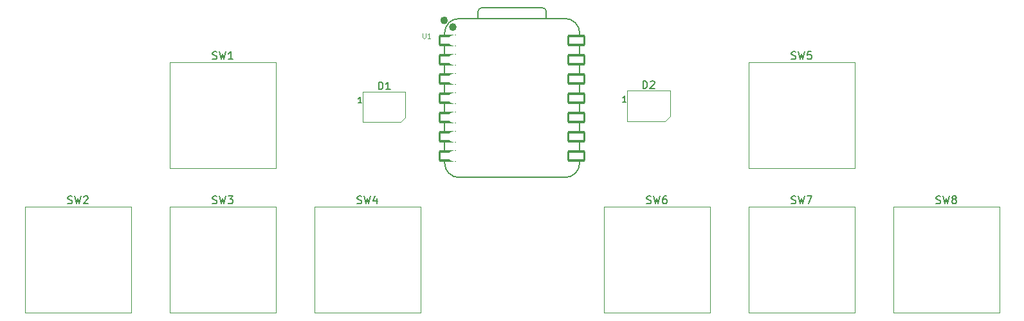
<source format=gto>
G04 #@! TF.GenerationSoftware,KiCad,Pcbnew,9.0.2*
G04 #@! TF.CreationDate,2025-11-24T09:54:34-06:00*
G04 #@! TF.ProjectId,Keypad,4b657970-6164-42e6-9b69-6361645f7063,rev?*
G04 #@! TF.SameCoordinates,Original*
G04 #@! TF.FileFunction,Legend,Top*
G04 #@! TF.FilePolarity,Positive*
%FSLAX46Y46*%
G04 Gerber Fmt 4.6, Leading zero omitted, Abs format (unit mm)*
G04 Created by KiCad (PCBNEW 9.0.2) date 2025-11-24 09:54:34*
%MOMM*%
%LPD*%
G01*
G04 APERTURE LIST*
G04 Aperture macros list*
%AMRoundRect*
0 Rectangle with rounded corners*
0 $1 Rounding radius*
0 $2 $3 $4 $5 $6 $7 $8 $9 X,Y pos of 4 corners*
0 Add a 4 corners polygon primitive as box body*
4,1,4,$2,$3,$4,$5,$6,$7,$8,$9,$2,$3,0*
0 Add four circle primitives for the rounded corners*
1,1,$1+$1,$2,$3*
1,1,$1+$1,$4,$5*
1,1,$1+$1,$6,$7*
1,1,$1+$1,$8,$9*
0 Add four rect primitives between the rounded corners*
20,1,$1+$1,$2,$3,$4,$5,0*
20,1,$1+$1,$4,$5,$6,$7,0*
20,1,$1+$1,$6,$7,$8,$9,0*
20,1,$1+$1,$8,$9,$2,$3,0*%
G04 Aperture macros list end*
%ADD10C,0.150000*%
%ADD11C,0.101600*%
%ADD12C,0.120000*%
%ADD13C,0.127000*%
%ADD14C,0.100000*%
%ADD15C,0.504000*%
%ADD16C,1.700000*%
%ADD17C,4.000000*%
%ADD18C,2.200000*%
%ADD19R,1.600000X0.850000*%
%ADD20RoundRect,0.152400X1.063600X0.609600X-1.063600X0.609600X-1.063600X-0.609600X1.063600X-0.609600X0*%
%ADD21C,1.524000*%
%ADD22RoundRect,0.152400X-1.063600X-0.609600X1.063600X-0.609600X1.063600X0.609600X-1.063600X0.609600X0*%
G04 APERTURE END LIST*
D10*
X179641667Y-73495700D02*
X179784524Y-73543319D01*
X179784524Y-73543319D02*
X180022619Y-73543319D01*
X180022619Y-73543319D02*
X180117857Y-73495700D01*
X180117857Y-73495700D02*
X180165476Y-73448080D01*
X180165476Y-73448080D02*
X180213095Y-73352842D01*
X180213095Y-73352842D02*
X180213095Y-73257604D01*
X180213095Y-73257604D02*
X180165476Y-73162366D01*
X180165476Y-73162366D02*
X180117857Y-73114747D01*
X180117857Y-73114747D02*
X180022619Y-73067128D01*
X180022619Y-73067128D02*
X179832143Y-73019509D01*
X179832143Y-73019509D02*
X179736905Y-72971890D01*
X179736905Y-72971890D02*
X179689286Y-72924271D01*
X179689286Y-72924271D02*
X179641667Y-72829033D01*
X179641667Y-72829033D02*
X179641667Y-72733795D01*
X179641667Y-72733795D02*
X179689286Y-72638557D01*
X179689286Y-72638557D02*
X179736905Y-72590938D01*
X179736905Y-72590938D02*
X179832143Y-72543319D01*
X179832143Y-72543319D02*
X180070238Y-72543319D01*
X180070238Y-72543319D02*
X180213095Y-72590938D01*
X180546429Y-72543319D02*
X180784524Y-73543319D01*
X180784524Y-73543319D02*
X180975000Y-72829033D01*
X180975000Y-72829033D02*
X181165476Y-73543319D01*
X181165476Y-73543319D02*
X181403572Y-72543319D01*
X182260714Y-72543319D02*
X181784524Y-72543319D01*
X181784524Y-72543319D02*
X181736905Y-73019509D01*
X181736905Y-73019509D02*
X181784524Y-72971890D01*
X181784524Y-72971890D02*
X181879762Y-72924271D01*
X181879762Y-72924271D02*
X182117857Y-72924271D01*
X182117857Y-72924271D02*
X182213095Y-72971890D01*
X182213095Y-72971890D02*
X182260714Y-73019509D01*
X182260714Y-73019509D02*
X182308333Y-73114747D01*
X182308333Y-73114747D02*
X182308333Y-73352842D01*
X182308333Y-73352842D02*
X182260714Y-73448080D01*
X182260714Y-73448080D02*
X182213095Y-73495700D01*
X182213095Y-73495700D02*
X182117857Y-73543319D01*
X182117857Y-73543319D02*
X181879762Y-73543319D01*
X181879762Y-73543319D02*
X181784524Y-73495700D01*
X181784524Y-73495700D02*
X181736905Y-73448080D01*
X103441667Y-73495700D02*
X103584524Y-73543319D01*
X103584524Y-73543319D02*
X103822619Y-73543319D01*
X103822619Y-73543319D02*
X103917857Y-73495700D01*
X103917857Y-73495700D02*
X103965476Y-73448080D01*
X103965476Y-73448080D02*
X104013095Y-73352842D01*
X104013095Y-73352842D02*
X104013095Y-73257604D01*
X104013095Y-73257604D02*
X103965476Y-73162366D01*
X103965476Y-73162366D02*
X103917857Y-73114747D01*
X103917857Y-73114747D02*
X103822619Y-73067128D01*
X103822619Y-73067128D02*
X103632143Y-73019509D01*
X103632143Y-73019509D02*
X103536905Y-72971890D01*
X103536905Y-72971890D02*
X103489286Y-72924271D01*
X103489286Y-72924271D02*
X103441667Y-72829033D01*
X103441667Y-72829033D02*
X103441667Y-72733795D01*
X103441667Y-72733795D02*
X103489286Y-72638557D01*
X103489286Y-72638557D02*
X103536905Y-72590938D01*
X103536905Y-72590938D02*
X103632143Y-72543319D01*
X103632143Y-72543319D02*
X103870238Y-72543319D01*
X103870238Y-72543319D02*
X104013095Y-72590938D01*
X104346429Y-72543319D02*
X104584524Y-73543319D01*
X104584524Y-73543319D02*
X104775000Y-72829033D01*
X104775000Y-72829033D02*
X104965476Y-73543319D01*
X104965476Y-73543319D02*
X105203572Y-72543319D01*
X106108333Y-73543319D02*
X105536905Y-73543319D01*
X105822619Y-73543319D02*
X105822619Y-72543319D01*
X105822619Y-72543319D02*
X105727381Y-72686176D01*
X105727381Y-72686176D02*
X105632143Y-72781414D01*
X105632143Y-72781414D02*
X105536905Y-72829033D01*
X160591667Y-92545700D02*
X160734524Y-92593319D01*
X160734524Y-92593319D02*
X160972619Y-92593319D01*
X160972619Y-92593319D02*
X161067857Y-92545700D01*
X161067857Y-92545700D02*
X161115476Y-92498080D01*
X161115476Y-92498080D02*
X161163095Y-92402842D01*
X161163095Y-92402842D02*
X161163095Y-92307604D01*
X161163095Y-92307604D02*
X161115476Y-92212366D01*
X161115476Y-92212366D02*
X161067857Y-92164747D01*
X161067857Y-92164747D02*
X160972619Y-92117128D01*
X160972619Y-92117128D02*
X160782143Y-92069509D01*
X160782143Y-92069509D02*
X160686905Y-92021890D01*
X160686905Y-92021890D02*
X160639286Y-91974271D01*
X160639286Y-91974271D02*
X160591667Y-91879033D01*
X160591667Y-91879033D02*
X160591667Y-91783795D01*
X160591667Y-91783795D02*
X160639286Y-91688557D01*
X160639286Y-91688557D02*
X160686905Y-91640938D01*
X160686905Y-91640938D02*
X160782143Y-91593319D01*
X160782143Y-91593319D02*
X161020238Y-91593319D01*
X161020238Y-91593319D02*
X161163095Y-91640938D01*
X161496429Y-91593319D02*
X161734524Y-92593319D01*
X161734524Y-92593319D02*
X161925000Y-91879033D01*
X161925000Y-91879033D02*
X162115476Y-92593319D01*
X162115476Y-92593319D02*
X162353572Y-91593319D01*
X163163095Y-91593319D02*
X162972619Y-91593319D01*
X162972619Y-91593319D02*
X162877381Y-91640938D01*
X162877381Y-91640938D02*
X162829762Y-91688557D01*
X162829762Y-91688557D02*
X162734524Y-91831414D01*
X162734524Y-91831414D02*
X162686905Y-92021890D01*
X162686905Y-92021890D02*
X162686905Y-92402842D01*
X162686905Y-92402842D02*
X162734524Y-92498080D01*
X162734524Y-92498080D02*
X162782143Y-92545700D01*
X162782143Y-92545700D02*
X162877381Y-92593319D01*
X162877381Y-92593319D02*
X163067857Y-92593319D01*
X163067857Y-92593319D02*
X163163095Y-92545700D01*
X163163095Y-92545700D02*
X163210714Y-92498080D01*
X163210714Y-92498080D02*
X163258333Y-92402842D01*
X163258333Y-92402842D02*
X163258333Y-92164747D01*
X163258333Y-92164747D02*
X163210714Y-92069509D01*
X163210714Y-92069509D02*
X163163095Y-92021890D01*
X163163095Y-92021890D02*
X163067857Y-91974271D01*
X163067857Y-91974271D02*
X162877381Y-91974271D01*
X162877381Y-91974271D02*
X162782143Y-92021890D01*
X162782143Y-92021890D02*
X162734524Y-92069509D01*
X162734524Y-92069509D02*
X162686905Y-92164747D01*
X103441667Y-92545700D02*
X103584524Y-92593319D01*
X103584524Y-92593319D02*
X103822619Y-92593319D01*
X103822619Y-92593319D02*
X103917857Y-92545700D01*
X103917857Y-92545700D02*
X103965476Y-92498080D01*
X103965476Y-92498080D02*
X104013095Y-92402842D01*
X104013095Y-92402842D02*
X104013095Y-92307604D01*
X104013095Y-92307604D02*
X103965476Y-92212366D01*
X103965476Y-92212366D02*
X103917857Y-92164747D01*
X103917857Y-92164747D02*
X103822619Y-92117128D01*
X103822619Y-92117128D02*
X103632143Y-92069509D01*
X103632143Y-92069509D02*
X103536905Y-92021890D01*
X103536905Y-92021890D02*
X103489286Y-91974271D01*
X103489286Y-91974271D02*
X103441667Y-91879033D01*
X103441667Y-91879033D02*
X103441667Y-91783795D01*
X103441667Y-91783795D02*
X103489286Y-91688557D01*
X103489286Y-91688557D02*
X103536905Y-91640938D01*
X103536905Y-91640938D02*
X103632143Y-91593319D01*
X103632143Y-91593319D02*
X103870238Y-91593319D01*
X103870238Y-91593319D02*
X104013095Y-91640938D01*
X104346429Y-91593319D02*
X104584524Y-92593319D01*
X104584524Y-92593319D02*
X104775000Y-91879033D01*
X104775000Y-91879033D02*
X104965476Y-92593319D01*
X104965476Y-92593319D02*
X105203572Y-91593319D01*
X105489286Y-91593319D02*
X106108333Y-91593319D01*
X106108333Y-91593319D02*
X105775000Y-91974271D01*
X105775000Y-91974271D02*
X105917857Y-91974271D01*
X105917857Y-91974271D02*
X106013095Y-92021890D01*
X106013095Y-92021890D02*
X106060714Y-92069509D01*
X106060714Y-92069509D02*
X106108333Y-92164747D01*
X106108333Y-92164747D02*
X106108333Y-92402842D01*
X106108333Y-92402842D02*
X106060714Y-92498080D01*
X106060714Y-92498080D02*
X106013095Y-92545700D01*
X106013095Y-92545700D02*
X105917857Y-92593319D01*
X105917857Y-92593319D02*
X105632143Y-92593319D01*
X105632143Y-92593319D02*
X105536905Y-92545700D01*
X105536905Y-92545700D02*
X105489286Y-92498080D01*
X84391667Y-92545700D02*
X84534524Y-92593319D01*
X84534524Y-92593319D02*
X84772619Y-92593319D01*
X84772619Y-92593319D02*
X84867857Y-92545700D01*
X84867857Y-92545700D02*
X84915476Y-92498080D01*
X84915476Y-92498080D02*
X84963095Y-92402842D01*
X84963095Y-92402842D02*
X84963095Y-92307604D01*
X84963095Y-92307604D02*
X84915476Y-92212366D01*
X84915476Y-92212366D02*
X84867857Y-92164747D01*
X84867857Y-92164747D02*
X84772619Y-92117128D01*
X84772619Y-92117128D02*
X84582143Y-92069509D01*
X84582143Y-92069509D02*
X84486905Y-92021890D01*
X84486905Y-92021890D02*
X84439286Y-91974271D01*
X84439286Y-91974271D02*
X84391667Y-91879033D01*
X84391667Y-91879033D02*
X84391667Y-91783795D01*
X84391667Y-91783795D02*
X84439286Y-91688557D01*
X84439286Y-91688557D02*
X84486905Y-91640938D01*
X84486905Y-91640938D02*
X84582143Y-91593319D01*
X84582143Y-91593319D02*
X84820238Y-91593319D01*
X84820238Y-91593319D02*
X84963095Y-91640938D01*
X85296429Y-91593319D02*
X85534524Y-92593319D01*
X85534524Y-92593319D02*
X85725000Y-91879033D01*
X85725000Y-91879033D02*
X85915476Y-92593319D01*
X85915476Y-92593319D02*
X86153572Y-91593319D01*
X86486905Y-91688557D02*
X86534524Y-91640938D01*
X86534524Y-91640938D02*
X86629762Y-91593319D01*
X86629762Y-91593319D02*
X86867857Y-91593319D01*
X86867857Y-91593319D02*
X86963095Y-91640938D01*
X86963095Y-91640938D02*
X87010714Y-91688557D01*
X87010714Y-91688557D02*
X87058333Y-91783795D01*
X87058333Y-91783795D02*
X87058333Y-91879033D01*
X87058333Y-91879033D02*
X87010714Y-92021890D01*
X87010714Y-92021890D02*
X86439286Y-92593319D01*
X86439286Y-92593319D02*
X87058333Y-92593319D01*
X198691667Y-92545700D02*
X198834524Y-92593319D01*
X198834524Y-92593319D02*
X199072619Y-92593319D01*
X199072619Y-92593319D02*
X199167857Y-92545700D01*
X199167857Y-92545700D02*
X199215476Y-92498080D01*
X199215476Y-92498080D02*
X199263095Y-92402842D01*
X199263095Y-92402842D02*
X199263095Y-92307604D01*
X199263095Y-92307604D02*
X199215476Y-92212366D01*
X199215476Y-92212366D02*
X199167857Y-92164747D01*
X199167857Y-92164747D02*
X199072619Y-92117128D01*
X199072619Y-92117128D02*
X198882143Y-92069509D01*
X198882143Y-92069509D02*
X198786905Y-92021890D01*
X198786905Y-92021890D02*
X198739286Y-91974271D01*
X198739286Y-91974271D02*
X198691667Y-91879033D01*
X198691667Y-91879033D02*
X198691667Y-91783795D01*
X198691667Y-91783795D02*
X198739286Y-91688557D01*
X198739286Y-91688557D02*
X198786905Y-91640938D01*
X198786905Y-91640938D02*
X198882143Y-91593319D01*
X198882143Y-91593319D02*
X199120238Y-91593319D01*
X199120238Y-91593319D02*
X199263095Y-91640938D01*
X199596429Y-91593319D02*
X199834524Y-92593319D01*
X199834524Y-92593319D02*
X200025000Y-91879033D01*
X200025000Y-91879033D02*
X200215476Y-92593319D01*
X200215476Y-92593319D02*
X200453572Y-91593319D01*
X200977381Y-92021890D02*
X200882143Y-91974271D01*
X200882143Y-91974271D02*
X200834524Y-91926652D01*
X200834524Y-91926652D02*
X200786905Y-91831414D01*
X200786905Y-91831414D02*
X200786905Y-91783795D01*
X200786905Y-91783795D02*
X200834524Y-91688557D01*
X200834524Y-91688557D02*
X200882143Y-91640938D01*
X200882143Y-91640938D02*
X200977381Y-91593319D01*
X200977381Y-91593319D02*
X201167857Y-91593319D01*
X201167857Y-91593319D02*
X201263095Y-91640938D01*
X201263095Y-91640938D02*
X201310714Y-91688557D01*
X201310714Y-91688557D02*
X201358333Y-91783795D01*
X201358333Y-91783795D02*
X201358333Y-91831414D01*
X201358333Y-91831414D02*
X201310714Y-91926652D01*
X201310714Y-91926652D02*
X201263095Y-91974271D01*
X201263095Y-91974271D02*
X201167857Y-92021890D01*
X201167857Y-92021890D02*
X200977381Y-92021890D01*
X200977381Y-92021890D02*
X200882143Y-92069509D01*
X200882143Y-92069509D02*
X200834524Y-92117128D01*
X200834524Y-92117128D02*
X200786905Y-92212366D01*
X200786905Y-92212366D02*
X200786905Y-92402842D01*
X200786905Y-92402842D02*
X200834524Y-92498080D01*
X200834524Y-92498080D02*
X200882143Y-92545700D01*
X200882143Y-92545700D02*
X200977381Y-92593319D01*
X200977381Y-92593319D02*
X201167857Y-92593319D01*
X201167857Y-92593319D02*
X201263095Y-92545700D01*
X201263095Y-92545700D02*
X201310714Y-92498080D01*
X201310714Y-92498080D02*
X201358333Y-92402842D01*
X201358333Y-92402842D02*
X201358333Y-92212366D01*
X201358333Y-92212366D02*
X201310714Y-92117128D01*
X201310714Y-92117128D02*
X201263095Y-92069509D01*
X201263095Y-92069509D02*
X201167857Y-92021890D01*
X122491667Y-92545700D02*
X122634524Y-92593319D01*
X122634524Y-92593319D02*
X122872619Y-92593319D01*
X122872619Y-92593319D02*
X122967857Y-92545700D01*
X122967857Y-92545700D02*
X123015476Y-92498080D01*
X123015476Y-92498080D02*
X123063095Y-92402842D01*
X123063095Y-92402842D02*
X123063095Y-92307604D01*
X123063095Y-92307604D02*
X123015476Y-92212366D01*
X123015476Y-92212366D02*
X122967857Y-92164747D01*
X122967857Y-92164747D02*
X122872619Y-92117128D01*
X122872619Y-92117128D02*
X122682143Y-92069509D01*
X122682143Y-92069509D02*
X122586905Y-92021890D01*
X122586905Y-92021890D02*
X122539286Y-91974271D01*
X122539286Y-91974271D02*
X122491667Y-91879033D01*
X122491667Y-91879033D02*
X122491667Y-91783795D01*
X122491667Y-91783795D02*
X122539286Y-91688557D01*
X122539286Y-91688557D02*
X122586905Y-91640938D01*
X122586905Y-91640938D02*
X122682143Y-91593319D01*
X122682143Y-91593319D02*
X122920238Y-91593319D01*
X122920238Y-91593319D02*
X123063095Y-91640938D01*
X123396429Y-91593319D02*
X123634524Y-92593319D01*
X123634524Y-92593319D02*
X123825000Y-91879033D01*
X123825000Y-91879033D02*
X124015476Y-92593319D01*
X124015476Y-92593319D02*
X124253572Y-91593319D01*
X125063095Y-91926652D02*
X125063095Y-92593319D01*
X124825000Y-91545700D02*
X124586905Y-92259985D01*
X124586905Y-92259985D02*
X125205952Y-92259985D01*
X179641667Y-92545700D02*
X179784524Y-92593319D01*
X179784524Y-92593319D02*
X180022619Y-92593319D01*
X180022619Y-92593319D02*
X180117857Y-92545700D01*
X180117857Y-92545700D02*
X180165476Y-92498080D01*
X180165476Y-92498080D02*
X180213095Y-92402842D01*
X180213095Y-92402842D02*
X180213095Y-92307604D01*
X180213095Y-92307604D02*
X180165476Y-92212366D01*
X180165476Y-92212366D02*
X180117857Y-92164747D01*
X180117857Y-92164747D02*
X180022619Y-92117128D01*
X180022619Y-92117128D02*
X179832143Y-92069509D01*
X179832143Y-92069509D02*
X179736905Y-92021890D01*
X179736905Y-92021890D02*
X179689286Y-91974271D01*
X179689286Y-91974271D02*
X179641667Y-91879033D01*
X179641667Y-91879033D02*
X179641667Y-91783795D01*
X179641667Y-91783795D02*
X179689286Y-91688557D01*
X179689286Y-91688557D02*
X179736905Y-91640938D01*
X179736905Y-91640938D02*
X179832143Y-91593319D01*
X179832143Y-91593319D02*
X180070238Y-91593319D01*
X180070238Y-91593319D02*
X180213095Y-91640938D01*
X180546429Y-91593319D02*
X180784524Y-92593319D01*
X180784524Y-92593319D02*
X180975000Y-91879033D01*
X180975000Y-91879033D02*
X181165476Y-92593319D01*
X181165476Y-92593319D02*
X181403572Y-91593319D01*
X181689286Y-91593319D02*
X182355952Y-91593319D01*
X182355952Y-91593319D02*
X181927381Y-92593319D01*
X160111905Y-77404819D02*
X160111905Y-76404819D01*
X160111905Y-76404819D02*
X160350000Y-76404819D01*
X160350000Y-76404819D02*
X160492857Y-76452438D01*
X160492857Y-76452438D02*
X160588095Y-76547676D01*
X160588095Y-76547676D02*
X160635714Y-76642914D01*
X160635714Y-76642914D02*
X160683333Y-76833390D01*
X160683333Y-76833390D02*
X160683333Y-76976247D01*
X160683333Y-76976247D02*
X160635714Y-77166723D01*
X160635714Y-77166723D02*
X160588095Y-77261961D01*
X160588095Y-77261961D02*
X160492857Y-77357200D01*
X160492857Y-77357200D02*
X160350000Y-77404819D01*
X160350000Y-77404819D02*
X160111905Y-77404819D01*
X161064286Y-76500057D02*
X161111905Y-76452438D01*
X161111905Y-76452438D02*
X161207143Y-76404819D01*
X161207143Y-76404819D02*
X161445238Y-76404819D01*
X161445238Y-76404819D02*
X161540476Y-76452438D01*
X161540476Y-76452438D02*
X161588095Y-76500057D01*
X161588095Y-76500057D02*
X161635714Y-76595295D01*
X161635714Y-76595295D02*
X161635714Y-76690533D01*
X161635714Y-76690533D02*
X161588095Y-76833390D01*
X161588095Y-76833390D02*
X161016667Y-77404819D01*
X161016667Y-77404819D02*
X161635714Y-77404819D01*
X157878571Y-79187295D02*
X157421428Y-79187295D01*
X157650000Y-79187295D02*
X157650000Y-78387295D01*
X157650000Y-78387295D02*
X157573809Y-78501580D01*
X157573809Y-78501580D02*
X157497619Y-78577771D01*
X157497619Y-78577771D02*
X157421428Y-78615866D01*
D11*
X131116190Y-70153479D02*
X131116190Y-70667526D01*
X131116190Y-70667526D02*
X131146428Y-70728002D01*
X131146428Y-70728002D02*
X131176666Y-70758241D01*
X131176666Y-70758241D02*
X131237142Y-70788479D01*
X131237142Y-70788479D02*
X131358095Y-70788479D01*
X131358095Y-70788479D02*
X131418571Y-70758241D01*
X131418571Y-70758241D02*
X131448809Y-70728002D01*
X131448809Y-70728002D02*
X131479047Y-70667526D01*
X131479047Y-70667526D02*
X131479047Y-70153479D01*
X132114047Y-70788479D02*
X131751190Y-70788479D01*
X131932618Y-70788479D02*
X131932618Y-70153479D01*
X131932618Y-70153479D02*
X131872142Y-70244193D01*
X131872142Y-70244193D02*
X131811666Y-70304669D01*
X131811666Y-70304669D02*
X131751190Y-70334907D01*
D10*
X125311905Y-77529819D02*
X125311905Y-76529819D01*
X125311905Y-76529819D02*
X125550000Y-76529819D01*
X125550000Y-76529819D02*
X125692857Y-76577438D01*
X125692857Y-76577438D02*
X125788095Y-76672676D01*
X125788095Y-76672676D02*
X125835714Y-76767914D01*
X125835714Y-76767914D02*
X125883333Y-76958390D01*
X125883333Y-76958390D02*
X125883333Y-77101247D01*
X125883333Y-77101247D02*
X125835714Y-77291723D01*
X125835714Y-77291723D02*
X125788095Y-77386961D01*
X125788095Y-77386961D02*
X125692857Y-77482200D01*
X125692857Y-77482200D02*
X125550000Y-77529819D01*
X125550000Y-77529819D02*
X125311905Y-77529819D01*
X126835714Y-77529819D02*
X126264286Y-77529819D01*
X126550000Y-77529819D02*
X126550000Y-76529819D01*
X126550000Y-76529819D02*
X126454762Y-76672676D01*
X126454762Y-76672676D02*
X126359524Y-76767914D01*
X126359524Y-76767914D02*
X126264286Y-76815533D01*
X123078571Y-79312295D02*
X122621428Y-79312295D01*
X122850000Y-79312295D02*
X122850000Y-78512295D01*
X122850000Y-78512295D02*
X122773809Y-78626580D01*
X122773809Y-78626580D02*
X122697619Y-78702771D01*
X122697619Y-78702771D02*
X122621428Y-78740866D01*
D12*
X173990000Y-73977500D02*
X187960000Y-73977500D01*
X173990000Y-87947500D02*
X173990000Y-73977500D01*
X187960000Y-73977500D02*
X187960000Y-87947500D01*
X187960000Y-87947500D02*
X173990000Y-87947500D01*
X97790000Y-73977500D02*
X111760000Y-73977500D01*
X97790000Y-87947500D02*
X97790000Y-73977500D01*
X111760000Y-73977500D02*
X111760000Y-87947500D01*
X111760000Y-87947500D02*
X97790000Y-87947500D01*
X154940000Y-93027500D02*
X168910000Y-93027500D01*
X154940000Y-106997500D02*
X154940000Y-93027500D01*
X168910000Y-93027500D02*
X168910000Y-106997500D01*
X168910000Y-106997500D02*
X154940000Y-106997500D01*
X97790000Y-93027500D02*
X111760000Y-93027500D01*
X97790000Y-106997500D02*
X97790000Y-93027500D01*
X111760000Y-93027500D02*
X111760000Y-106997500D01*
X111760000Y-106997500D02*
X97790000Y-106997500D01*
X78740000Y-93027500D02*
X92710000Y-93027500D01*
X78740000Y-106997500D02*
X78740000Y-93027500D01*
X92710000Y-93027500D02*
X92710000Y-106997500D01*
X92710000Y-106997500D02*
X78740000Y-106997500D01*
X193040000Y-93027500D02*
X207010000Y-93027500D01*
X193040000Y-106997500D02*
X193040000Y-93027500D01*
X207010000Y-93027500D02*
X207010000Y-106997500D01*
X207010000Y-106997500D02*
X193040000Y-106997500D01*
X116840000Y-93027500D02*
X130810000Y-93027500D01*
X116840000Y-106997500D02*
X116840000Y-93027500D01*
X130810000Y-93027500D02*
X130810000Y-106997500D01*
X130810000Y-106997500D02*
X116840000Y-106997500D01*
X173990000Y-93027500D02*
X187960000Y-93027500D01*
X173990000Y-106997500D02*
X173990000Y-93027500D01*
X187960000Y-93027500D02*
X187960000Y-106997500D01*
X187960000Y-106997500D02*
X173990000Y-106997500D01*
X158050000Y-77700000D02*
X158050000Y-81700000D01*
X158050000Y-77700000D02*
X163650000Y-77700000D01*
X158050000Y-81700000D02*
X163050000Y-81700000D01*
X163650000Y-81100000D02*
X163050000Y-81700000D01*
X163650000Y-81100000D02*
X163650000Y-77700000D01*
D13*
X133990000Y-87229000D02*
X133990000Y-70084000D01*
X135895000Y-89134000D02*
X149865000Y-89134000D01*
X138385000Y-68179000D02*
X138388728Y-67268728D01*
X138888728Y-66769000D02*
X146884000Y-66769000D01*
X147384000Y-67269000D02*
X147384000Y-68179000D01*
D14*
X149865000Y-68179000D02*
X135895000Y-68179000D01*
D13*
X149865000Y-68179000D02*
X135895000Y-68179000D01*
X151770000Y-87229000D02*
X151770000Y-70084000D01*
X133990000Y-70084000D02*
G75*
G02*
X135895000Y-68179000I1905001J-1D01*
G01*
X135895000Y-89134000D02*
G75*
G02*
X133990000Y-87229000I1J1905001D01*
G01*
X138388728Y-67268728D02*
G75*
G02*
X138888728Y-66769001I500018J-291D01*
G01*
X146884000Y-66769000D02*
G75*
G02*
X147384000Y-67269000I0J-500000D01*
G01*
X149865000Y-68179000D02*
G75*
G02*
X151770000Y-70084000I0J-1905000D01*
G01*
X151770000Y-87229000D02*
G75*
G02*
X149865000Y-89134000I-1905000J0D01*
G01*
D15*
X134182000Y-68420000D02*
G75*
G02*
X133678000Y-68420000I-252000J0D01*
G01*
X133678000Y-68420000D02*
G75*
G02*
X134182000Y-68420000I252000J0D01*
G01*
X135325000Y-69300000D02*
G75*
G02*
X134821000Y-69300000I-252000J0D01*
G01*
X134821000Y-69300000D02*
G75*
G02*
X135325000Y-69300000I252000J0D01*
G01*
D12*
X123250000Y-77825000D02*
X123250000Y-81825000D01*
X123250000Y-77825000D02*
X128850000Y-77825000D01*
X123250000Y-81825000D02*
X128250000Y-81825000D01*
X128850000Y-81225000D02*
X128250000Y-81825000D01*
X128850000Y-81225000D02*
X128850000Y-77825000D01*
%LPC*%
D16*
X175895000Y-80962500D03*
D17*
X180975000Y-80962500D03*
D16*
X186055000Y-80962500D03*
D18*
X183515000Y-75882500D03*
X177165000Y-78422500D03*
D16*
X99695000Y-80962500D03*
D17*
X104775000Y-80962500D03*
D16*
X109855000Y-80962500D03*
D18*
X107315000Y-75882500D03*
X100965000Y-78422500D03*
D16*
X156845000Y-100012500D03*
D17*
X161925000Y-100012500D03*
D16*
X167005000Y-100012500D03*
D18*
X164465000Y-94932500D03*
X158115000Y-97472500D03*
D16*
X99695000Y-100012500D03*
D17*
X104775000Y-100012500D03*
D16*
X109855000Y-100012500D03*
D18*
X107315000Y-94932500D03*
X100965000Y-97472500D03*
D16*
X80645000Y-100012500D03*
D17*
X85725000Y-100012500D03*
D16*
X90805000Y-100012500D03*
D18*
X88265000Y-94932500D03*
X81915000Y-97472500D03*
D16*
X194945000Y-100012500D03*
D17*
X200025000Y-100012500D03*
D16*
X205105000Y-100012500D03*
D18*
X202565000Y-94932500D03*
X196215000Y-97472500D03*
D16*
X118745000Y-100012500D03*
D17*
X123825000Y-100012500D03*
D16*
X128905000Y-100012500D03*
D18*
X126365000Y-94932500D03*
X120015000Y-97472500D03*
D16*
X175895000Y-100012500D03*
D17*
X180975000Y-100012500D03*
D16*
X186055000Y-100012500D03*
D18*
X183515000Y-94932500D03*
X177165000Y-97472500D03*
D19*
X159100000Y-78825000D03*
X159100000Y-80575000D03*
X162600000Y-80575000D03*
X162600000Y-78825000D03*
D20*
X134425000Y-71100000D03*
D21*
X135260000Y-71100000D03*
D20*
X134425000Y-73640000D03*
D21*
X135260000Y-73640000D03*
D20*
X134425000Y-76180000D03*
D21*
X135260000Y-76180000D03*
D20*
X134425000Y-78720000D03*
D21*
X135260000Y-78720000D03*
D20*
X134425000Y-81260000D03*
D21*
X135260000Y-81260000D03*
D20*
X134425000Y-83800000D03*
D21*
X135260000Y-83800000D03*
D20*
X134425000Y-86340000D03*
D21*
X135260000Y-86340000D03*
X150500000Y-86340000D03*
D22*
X151335000Y-86340000D03*
D21*
X150500000Y-83800000D03*
D22*
X151335000Y-83800000D03*
D21*
X150500000Y-81260000D03*
D22*
X151335000Y-81260000D03*
D21*
X150500000Y-78720000D03*
D22*
X151335000Y-78720000D03*
D21*
X150500000Y-76180000D03*
D22*
X151335000Y-76180000D03*
D21*
X150500000Y-73640000D03*
D22*
X151335000Y-73640000D03*
D21*
X150500000Y-71100000D03*
D22*
X151335000Y-71100000D03*
D19*
X124300000Y-78950000D03*
X124300000Y-80700000D03*
X127800000Y-80700000D03*
X127800000Y-78950000D03*
%LPD*%
M02*

</source>
